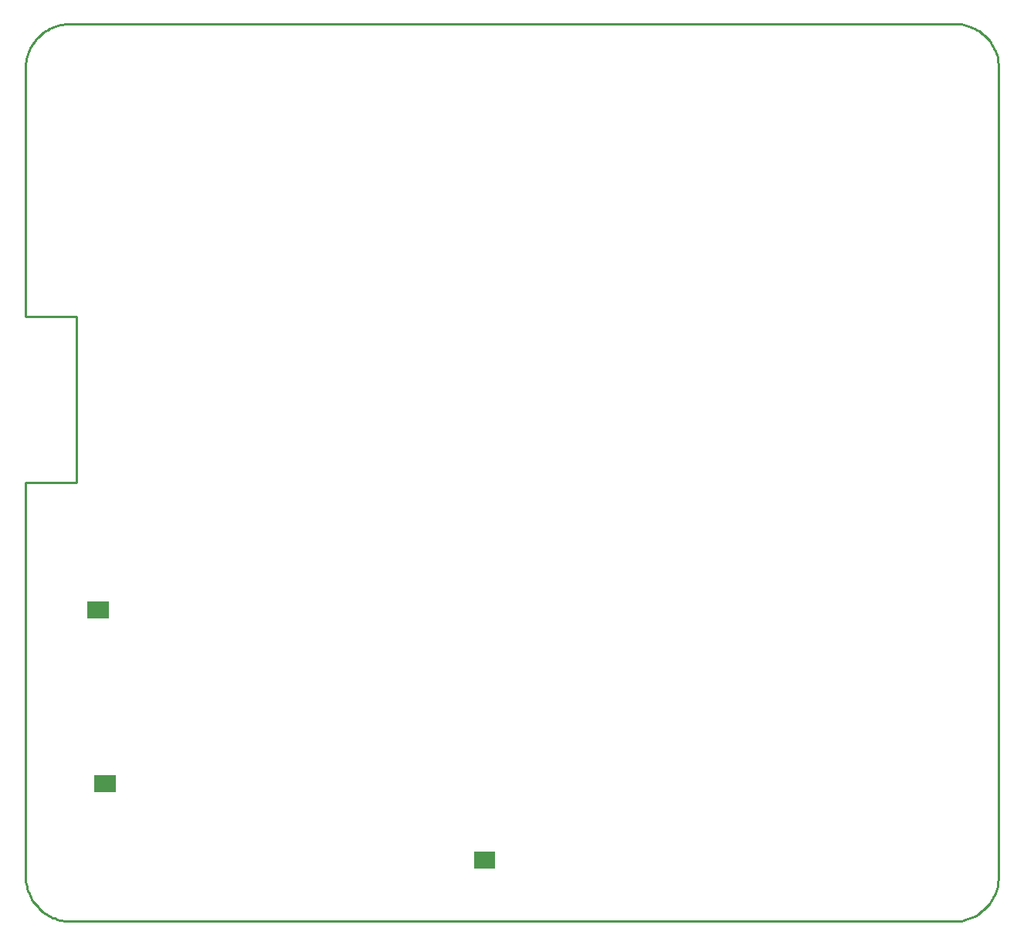
<source format=gko>
%FSTAX23Y23*%
%MOIN*%
%SFA1B1*%

%IPPOS*%
%ADD11C,0.010000*%
%LNesp_gsm_iot-1*%
%LPD*%
G36*
X00359Y01307D02*
X00268D01*
Y01382*
X00359*
Y01307*
G37*
G36*
X00389Y00557D02*
X00298D01*
Y00632*
X00389*
Y00557*
G37*
G36*
X02026Y00227D02*
X01935D01*
Y00302*
X02026*
Y00227*
G37*
G54D11*
X0019Y03875D02*
X0018Y03874D01*
X0017Y03873*
X0016Y03872*
X0015Y0387*
X0014Y03868*
X00131Y03865*
X00121Y03862*
X00112Y03858*
X00103Y03854*
X00095Y03849*
X00086Y03844*
X00078Y03838*
X0007Y03832*
X00062Y03826*
X00055Y03819*
X00048Y03812*
X00042Y03804*
X00036Y03796*
X0003Y03788*
X00025Y0378*
X0002Y03771*
X00016Y03762*
X00012Y03753*
X00009Y03743*
X00006Y03734*
X00004Y03724*
X00002Y03714*
X00001Y03704*
X0Y03694*
X0Y03685*
Y002D02*
X0Y00189D01*
X0Y0018*
X00001Y0017*
X00003Y0016*
X00005Y0015*
X00008Y0014*
X00011Y00131*
X00015Y00121*
X00019Y00112*
X00023Y00103*
X00028Y00095*
X00033Y00086*
X00039Y00078*
X00046Y0007*
X00052Y00063*
X00059Y00056*
X00066Y00049*
X00074Y00042*
X00082Y00036*
X0009Y00031*
X00099Y00026*
X00108Y00021*
X00117Y00016*
X00126Y00013*
X00135Y00009*
X00145Y00006*
X00155Y00004*
X00165Y00002*
X00175Y00001*
X00185Y0*
X00195Y0*
X042Y0368D02*
X042Y0369D01*
X04199Y037*
X04198Y0371*
X04197Y0372*
X04195Y0373*
X04192Y0374*
X04189Y03749*
X04185Y03759*
X04181Y03768*
X04177Y03777*
X04171Y03786*
X04166Y03795*
X0416Y03803*
X04153Y03811*
X04146Y03818*
X04139Y03825*
X04131Y03832*
X04123Y03838*
X04115Y03844*
X04106Y03849*
X04098Y03854*
X04088Y03858*
X04079Y03862*
X04069Y03866*
X0406Y03869*
X0405Y03871*
X0404Y03873*
X0403Y03874*
X0402Y03875*
X04Y0D02*
X04009D01*
X04019Y0*
X04029Y00001*
X04039Y00002*
X04049Y00004*
X04058Y00007*
X04068Y0001*
X04077Y00013*
X04086Y00017*
X04095Y00022*
X04103Y00026*
X04112Y00032*
X0412Y00037*
X04128Y00043*
X04135Y0005*
X04142Y00057*
X04149Y00064*
X04156Y00071*
X04162Y00079*
X04167Y00087*
X04173Y00096*
X04177Y00104*
X04182Y00113*
X04186Y00122*
X04189Y00131*
X04192Y00141*
X04195Y0015*
X04196Y0016*
X04198Y0017*
X04199Y0018*
X042Y0019*
X0Y02611D02*
Y03685D01*
Y002D02*
Y01895D01*
X00195Y0D02*
X04D01*
X0Y01895D02*
X0022D01*
Y0261*
X00001D02*
X0022D01*
X0Y02611D02*
X00001Y0261D01*
X0018Y03875D02*
X0402D01*
X042Y0019D02*
Y0368D01*
M02*
</source>
